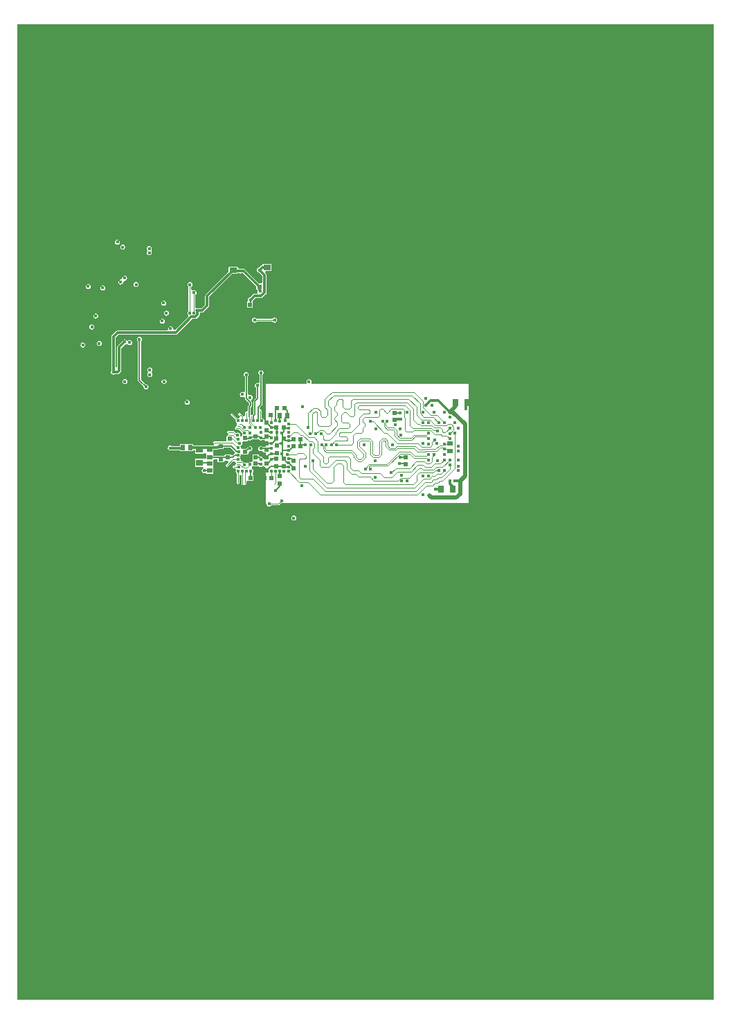
<source format=gbl>
G04 Layer_Physical_Order=4*
G04 Layer_Color=16711680*
%FSLAX43Y43*%
%MOMM*%
G71*
G01*
G75*
%ADD10R,0.560X0.510*%
%ADD12R,0.510X0.560*%
%ADD13R,0.640X0.890*%
%ADD15R,0.890X0.640*%
%ADD17R,0.700X0.510*%
%ADD18R,0.510X0.700*%
%ADD23C,0.200*%
%ADD24C,0.090*%
%ADD25C,0.300*%
%ADD26C,0.100*%
%ADD28C,0.175*%
%ADD29C,0.120*%
%ADD31C,0.500*%
%ADD34C,0.130*%
%ADD36C,0.400*%
%ADD37C,0.600*%
%ADD38R,0.950X0.800*%
G36*
X85592Y408D02*
X408D01*
Y119592D01*
X85592D01*
Y408D01*
D02*
G37*
%LPC*%
G36*
X8425Y80706D02*
X8308Y80683D01*
X8209Y80616D01*
X8142Y80517D01*
X8119Y80400D01*
X8142Y80283D01*
X8209Y80184D01*
X8308Y80117D01*
X8425Y80094D01*
X8542Y80117D01*
X8641Y80184D01*
X8708Y80283D01*
X8731Y80400D01*
X8708Y80517D01*
X8641Y80616D01*
X8542Y80683D01*
X8425Y80706D01*
D02*
G37*
G36*
X16600Y77656D02*
X16483Y77633D01*
X16384Y77566D01*
X16317Y77467D01*
X16294Y77350D01*
X16317Y77233D01*
X16321Y77227D01*
X16366Y77075D01*
X16321Y76923D01*
X16317Y76917D01*
X16294Y76800D01*
X16317Y76683D01*
X16384Y76584D01*
X16483Y76517D01*
X16600Y76494D01*
X16717Y76517D01*
X16816Y76584D01*
X16883Y76683D01*
X16906Y76800D01*
X16883Y76917D01*
X16879Y76923D01*
X16834Y77075D01*
X16879Y77227D01*
X16883Y77233D01*
X16906Y77350D01*
X16883Y77467D01*
X16816Y77566D01*
X16717Y77633D01*
X16600Y77656D01*
D02*
G37*
G36*
X10425Y80906D02*
X10308Y80883D01*
X10209Y80816D01*
X10142Y80717D01*
X10119Y80600D01*
X10142Y80483D01*
X10209Y80384D01*
X10308Y80317D01*
X10425Y80294D01*
X10542Y80317D01*
X10641Y80384D01*
X10708Y80483D01*
X10731Y80600D01*
X10708Y80717D01*
X10641Y80816D01*
X10542Y80883D01*
X10425Y80906D01*
D02*
G37*
G36*
X18125Y83631D02*
X18008Y83608D01*
X17909Y83541D01*
X17842Y83442D01*
X17819Y83325D01*
X17842Y83208D01*
X17909Y83109D01*
X18008Y83042D01*
X18125Y83019D01*
X18242Y83042D01*
X18341Y83109D01*
X18408Y83208D01*
X18431Y83325D01*
X18408Y83442D01*
X18341Y83541D01*
X18242Y83608D01*
X18125Y83631D01*
D02*
G37*
G36*
X9525Y82906D02*
X9408Y82883D01*
X9309Y82816D01*
X9242Y82717D01*
X9219Y82600D01*
X9242Y82483D01*
X9309Y82384D01*
X9408Y82317D01*
X9525Y82294D01*
X9642Y82317D01*
X9741Y82384D01*
X9808Y82483D01*
X9831Y82600D01*
X9808Y82717D01*
X9741Y82816D01*
X9642Y82883D01*
X9525Y82906D01*
D02*
G37*
G36*
X30200Y77331D02*
X30083Y77308D01*
X29984Y77241D01*
X29917Y77142D01*
X29894Y77025D01*
X29917Y76908D01*
X29984Y76809D01*
X30032Y76777D01*
Y75900D01*
X29972Y75848D01*
X29822Y75767D01*
X29750Y75781D01*
X29633Y75758D01*
X29534Y75691D01*
X29467Y75592D01*
X29444Y75475D01*
X29467Y75358D01*
X29534Y75259D01*
X29582Y75227D01*
Y73920D01*
X29356Y73694D01*
X29320Y73639D01*
X29307Y73575D01*
Y71970D01*
X29279Y71942D01*
X29136Y71811D01*
X29025Y71857D01*
X28918Y71928D01*
Y72805D01*
X29019Y72906D01*
X29055Y72961D01*
X29068Y73025D01*
Y73400D01*
X29055Y73464D01*
X29019Y73519D01*
X29017Y73536D01*
X29067Y73768D01*
X29091Y73784D01*
X29158Y73883D01*
X29181Y74000D01*
X29158Y74117D01*
X29091Y74216D01*
X28992Y74283D01*
X28875Y74306D01*
X28778Y74287D01*
X28742Y74293D01*
X28568Y74408D01*
Y76552D01*
X28616Y76584D01*
X28683Y76683D01*
X28706Y76800D01*
X28683Y76917D01*
X28616Y77016D01*
X28517Y77083D01*
X28400Y77106D01*
X28283Y77083D01*
X28184Y77016D01*
X28117Y76917D01*
X28094Y76800D01*
X28117Y76683D01*
X28184Y76584D01*
X28232Y76552D01*
Y74767D01*
X28022Y74654D01*
X28017Y74658D01*
X27900Y74681D01*
X27783Y74658D01*
X27684Y74591D01*
X27617Y74492D01*
X27594Y74375D01*
X27617Y74258D01*
X27684Y74159D01*
X27783Y74092D01*
X27900Y74069D01*
X28017Y74092D01*
X28022Y74096D01*
X28232Y73983D01*
Y73900D01*
X28245Y73836D01*
X28281Y73781D01*
X28732Y73330D01*
Y73095D01*
X28631Y72994D01*
X28595Y72939D01*
X28582Y72875D01*
Y72409D01*
X28400Y72257D01*
X28289Y72211D01*
X28243Y72100D01*
Y71749D01*
X28034Y71705D01*
X28011Y71761D01*
X27686Y72086D01*
X27575Y72132D01*
X27464Y72086D01*
X27418Y71975D01*
X27464Y71864D01*
X27626Y71702D01*
X27613Y71620D01*
X27601Y71597D01*
X27400Y71456D01*
X27330Y71442D01*
X26761Y72011D01*
X26650Y72057D01*
X26539Y72011D01*
X26493Y71900D01*
X26539Y71789D01*
X27108Y71220D01*
X27094Y71150D01*
X27117Y71033D01*
X27184Y70934D01*
X27268Y70878D01*
X27276Y70798D01*
X27261Y70645D01*
X27222Y70614D01*
X27214Y70611D01*
X27168Y70500D01*
X27064Y70361D01*
X27018Y70250D01*
X27064Y70139D01*
X27175Y70093D01*
X27473D01*
X27898Y69668D01*
X27894Y69650D01*
X27912Y69562D01*
X27893Y69357D01*
X27883Y69332D01*
X27720Y69264D01*
X27652Y69256D01*
X27632Y69274D01*
X27633Y69283D01*
X27656Y69400D01*
X27633Y69517D01*
X27566Y69616D01*
X27467Y69683D01*
X27350Y69706D01*
X27233Y69683D01*
X27162Y69635D01*
X26936Y69861D01*
X26825Y69907D01*
X26225D01*
X26114Y69861D01*
X26068Y69750D01*
X26114Y69639D01*
X26189Y69511D01*
X26143Y69400D01*
X26018Y69307D01*
X25987Y69230D01*
Y68670D01*
X25978Y68657D01*
X24550D01*
X24439Y68611D01*
X24393Y68500D01*
X24439Y68389D01*
X24497Y68365D01*
X24455Y68155D01*
X23183D01*
X23175Y68158D01*
X22225D01*
X22217Y68155D01*
X21913D01*
Y68225D01*
X21882Y68302D01*
X21805Y68333D01*
X21295D01*
X21218Y68302D01*
X21207Y68274D01*
X20993D01*
X20982Y68302D01*
X20905Y68333D01*
X20395D01*
X20318Y68302D01*
X20287Y68225D01*
Y68055D01*
X19259Y68055D01*
X19217Y68083D01*
X19100Y68106D01*
X18983Y68083D01*
X18884Y68016D01*
X18817Y67917D01*
X18794Y67800D01*
X18817Y67683D01*
X18884Y67584D01*
X18983Y67517D01*
X19100Y67494D01*
X19217Y67517D01*
X19259Y67545D01*
X20287Y67545D01*
Y67525D01*
X20318Y67448D01*
X20395Y67417D01*
X20905D01*
X20982Y67448D01*
X20993Y67476D01*
X21207D01*
X21218Y67448D01*
X21295Y67417D01*
X21805D01*
X21882Y67448D01*
X21913Y67525D01*
X22117Y67509D01*
Y67250D01*
X22148Y67173D01*
X22225Y67142D01*
X23175D01*
X23252Y67173D01*
X23430Y67151D01*
X23498Y67057D01*
X23467Y66980D01*
Y66556D01*
X23257Y66514D01*
X23252Y66527D01*
X23175Y66558D01*
X22225D01*
X22148Y66527D01*
X22117Y66450D01*
Y65650D01*
X22148Y65573D01*
X22225Y65542D01*
X23015D01*
X23108Y65542D01*
X23133Y65333D01*
X23034Y65266D01*
X22967Y65167D01*
X22944Y65050D01*
X22967Y64933D01*
X23034Y64834D01*
X23133Y64767D01*
X23250Y64744D01*
X23298Y64754D01*
X23498Y64718D01*
X23575Y64687D01*
X23701Y64687D01*
X24275D01*
X24352Y64718D01*
X24383Y64795D01*
Y65305D01*
X24352Y65382D01*
X24324Y65393D01*
Y65607D01*
X24352Y65618D01*
X24383Y65695D01*
Y66179D01*
X24383Y66205D01*
X24373Y66280D01*
X24457Y66459D01*
X24862D01*
Y66170D01*
X24893Y66093D01*
X24970Y66062D01*
X25530D01*
X25607Y66093D01*
X25638Y66170D01*
Y66174D01*
X25845Y66287D01*
X26110D01*
X26197Y66077D01*
X25910Y65790D01*
X25863Y65675D01*
X25910Y65560D01*
X26025Y65513D01*
X26140Y65560D01*
X26765Y66186D01*
X27005Y66175D01*
X27100Y66055D01*
X27146Y65944D01*
X27052Y65763D01*
X26972Y65657D01*
X26875D01*
X26764Y65611D01*
X26718Y65500D01*
X26764Y65389D01*
X26875Y65343D01*
X27024D01*
X27128Y65133D01*
X27117Y65117D01*
X27094Y65000D01*
X27117Y64883D01*
X27184Y64784D01*
X27243Y64744D01*
Y63550D01*
X27289Y63439D01*
X27400Y63393D01*
X27511Y63439D01*
X27557Y63550D01*
Y64492D01*
X27675Y64562D01*
X27793Y64492D01*
Y63425D01*
X27839Y63314D01*
X27950Y63268D01*
X27950Y63268D01*
X28070Y63313D01*
X28250Y63293D01*
X28250Y63293D01*
X28361Y63339D01*
X28407Y63450D01*
Y63706D01*
X28617Y63798D01*
X28645Y63787D01*
X29155D01*
X29232Y63818D01*
X29263Y63895D01*
Y64455D01*
X29232Y64532D01*
X29155Y64563D01*
X29141D01*
Y64792D01*
X29166Y64809D01*
X29233Y64908D01*
X29256Y65025D01*
X29233Y65142D01*
X29166Y65241D01*
X29119Y65273D01*
X29066Y65467D01*
X29065Y65522D01*
X29113Y65584D01*
X29270Y65587D01*
X29311Y65587D01*
X29830D01*
X29907Y65618D01*
X30058Y65517D01*
X30175Y65494D01*
X30292Y65517D01*
X30324Y65539D01*
X30435Y65584D01*
X30578Y65587D01*
X30602Y65582D01*
X30788Y65445D01*
X30788Y61100D01*
X30788D01*
X30902Y60937D01*
X30917Y60858D01*
X30984Y60759D01*
X31083Y60692D01*
X31200Y60669D01*
X31317Y60692D01*
X31416Y60759D01*
X31452Y60813D01*
X32325D01*
X32440Y60860D01*
X32661Y61082D01*
X32725Y61069D01*
X32842Y61092D01*
X32853Y61100D01*
X55625D01*
X55625Y75625D01*
X36488D01*
X36384Y75770D01*
X36363Y75835D01*
X36381Y75925D01*
X36358Y76042D01*
X36291Y76141D01*
X36192Y76208D01*
X36075Y76231D01*
X35958Y76208D01*
X35859Y76141D01*
X35792Y76042D01*
X35769Y75925D01*
X35787Y75835D01*
X35766Y75770D01*
X35662Y75625D01*
X30788D01*
X30788Y71315D01*
X30593Y71271D01*
X30577Y71275D01*
X30516Y71366D01*
X30417Y71433D01*
X30300Y71456D01*
X30252Y71495D01*
Y72400D01*
X30206Y72511D01*
X30095Y72557D01*
X30090Y72560D01*
X30070Y72808D01*
X30294Y73031D01*
X30304Y73046D01*
X30319Y73056D01*
X30355Y73111D01*
X30368Y73175D01*
Y76777D01*
X30416Y76809D01*
X30483Y76908D01*
X30506Y77025D01*
X30483Y77142D01*
X30416Y77241D01*
X30317Y77308D01*
X30200Y77331D01*
D02*
G37*
G36*
X21175Y73731D02*
X21058Y73708D01*
X20959Y73641D01*
X20892Y73542D01*
X20869Y73425D01*
X20892Y73308D01*
X20959Y73209D01*
X21058Y73142D01*
X21175Y73119D01*
X21292Y73142D01*
X21391Y73209D01*
X21458Y73308D01*
X21481Y73425D01*
X21458Y73542D01*
X21391Y73641D01*
X21292Y73708D01*
X21175Y73731D01*
D02*
G37*
G36*
X34200Y59556D02*
X34083Y59533D01*
X33984Y59466D01*
X33917Y59367D01*
X33894Y59250D01*
X33917Y59133D01*
X33984Y59034D01*
X34083Y58967D01*
X34200Y58944D01*
X34317Y58967D01*
X34416Y59034D01*
X34483Y59133D01*
X34506Y59250D01*
X34483Y59367D01*
X34416Y59466D01*
X34317Y59533D01*
X34200Y59556D01*
D02*
G37*
G36*
X15325Y81406D02*
X15208Y81383D01*
X15109Y81316D01*
X15042Y81217D01*
X15019Y81100D01*
X15042Y80983D01*
X15109Y80884D01*
X15121Y80875D01*
Y76125D01*
X15137Y76047D01*
X15181Y75981D01*
X15847Y75315D01*
X15844Y75300D01*
X15867Y75183D01*
X15934Y75084D01*
X16033Y75017D01*
X16150Y74994D01*
X16267Y75017D01*
X16366Y75084D01*
X16433Y75183D01*
X16456Y75300D01*
X16433Y75417D01*
X16366Y75516D01*
X16267Y75583D01*
X16150Y75606D01*
X16135Y75603D01*
X15529Y76209D01*
Y80875D01*
X15541Y80884D01*
X15608Y80983D01*
X15631Y81100D01*
X15608Y81217D01*
X15541Y81316D01*
X15442Y81383D01*
X15325Y81406D01*
D02*
G37*
G36*
X13550Y76256D02*
X13433Y76233D01*
X13334Y76166D01*
X13267Y76067D01*
X13244Y75950D01*
X13267Y75833D01*
X13334Y75734D01*
X13433Y75667D01*
X13550Y75644D01*
X13667Y75667D01*
X13766Y75734D01*
X13833Y75833D01*
X13856Y75950D01*
X13833Y76067D01*
X13766Y76166D01*
X13667Y76233D01*
X13550Y76256D01*
D02*
G37*
G36*
X18350Y76231D02*
X18233Y76208D01*
X18134Y76141D01*
X18067Y76042D01*
X18044Y75925D01*
X18067Y75808D01*
X18134Y75709D01*
X18233Y75642D01*
X18350Y75619D01*
X18467Y75642D01*
X18566Y75709D01*
X18633Y75808D01*
X18656Y75925D01*
X18633Y76042D01*
X18566Y76141D01*
X18467Y76208D01*
X18350Y76231D01*
D02*
G37*
G36*
X13525Y88906D02*
X13408Y88883D01*
X13309Y88816D01*
X13242Y88717D01*
X13219Y88600D01*
X13226Y88564D01*
X13221Y88553D01*
X13072Y88404D01*
X13061Y88399D01*
X13025Y88406D01*
X12908Y88383D01*
X12809Y88316D01*
X12742Y88217D01*
X12719Y88100D01*
X12742Y87983D01*
X12809Y87884D01*
X12908Y87817D01*
X13025Y87794D01*
X13142Y87817D01*
X13241Y87884D01*
X13308Y87983D01*
X13331Y88100D01*
X13324Y88136D01*
X13329Y88147D01*
X13478Y88296D01*
X13489Y88301D01*
X13525Y88294D01*
X13642Y88317D01*
X13741Y88384D01*
X13808Y88483D01*
X13831Y88600D01*
X13808Y88717D01*
X13741Y88816D01*
X13642Y88883D01*
X13525Y88906D01*
D02*
G37*
G36*
X31370Y90328D02*
X30480D01*
X30403Y90297D01*
X30372Y90220D01*
Y90155D01*
X30325D01*
X30227Y90135D01*
X30145Y90080D01*
X29932Y89867D01*
X29883Y89858D01*
X29784Y89791D01*
X29717Y89692D01*
X29694Y89575D01*
X29717Y89458D01*
X29784Y89359D01*
X29883Y89292D01*
X29932Y89283D01*
X30345Y88869D01*
Y88128D01*
X30255Y87938D01*
X29972D01*
X28280Y89630D01*
X28198Y89685D01*
X28100Y89705D01*
X27809D01*
X27767Y89733D01*
X27650Y89756D01*
X27563Y89739D01*
X27454Y89783D01*
X27353Y89847D01*
Y89895D01*
X27322Y89972D01*
X27245Y90003D01*
X26355D01*
X26278Y89972D01*
X26247Y89895D01*
Y89382D01*
X23445Y86580D01*
X23390Y86498D01*
X23370Y86400D01*
Y85331D01*
X22900Y84861D01*
X22331D01*
X22162Y85027D01*
Y86548D01*
X22216Y86584D01*
X22283Y86683D01*
X22306Y86800D01*
X22283Y86917D01*
X22216Y87016D01*
X22117Y87083D01*
X22000Y87106D01*
X21883Y87083D01*
X21872Y87076D01*
X21662Y87184D01*
Y87548D01*
X21716Y87584D01*
X21783Y87683D01*
X21806Y87800D01*
X21783Y87917D01*
X21716Y88016D01*
X21617Y88083D01*
X21500Y88106D01*
X21383Y88083D01*
X21284Y88016D01*
X21217Y87917D01*
X21194Y87800D01*
X21217Y87683D01*
X21284Y87584D01*
X21338Y87548D01*
Y84552D01*
X21284Y84516D01*
X21217Y84417D01*
X21194Y84300D01*
X21217Y84183D01*
X21284Y84084D01*
X21310Y83834D01*
X19746Y82270D01*
X19592Y82285D01*
X19431Y82400D01*
X19408Y82517D01*
X19341Y82616D01*
X19242Y82683D01*
X19125Y82706D01*
X19008Y82683D01*
X18909Y82616D01*
X18842Y82517D01*
X18819Y82400D01*
X18821Y82390D01*
X18686Y82192D01*
X18665Y82180D01*
X12650D01*
X12552Y82160D01*
X12470Y82105D01*
X11945Y81580D01*
X11890Y81498D01*
X11870Y81400D01*
Y77259D01*
X11842Y77217D01*
X11819Y77100D01*
X11842Y76983D01*
X11909Y76884D01*
X12008Y76817D01*
X12125Y76794D01*
X12242Y76817D01*
X12284Y76845D01*
X12650D01*
X12748Y76865D01*
X12830Y76920D01*
X13030Y77120D01*
X13085Y77202D01*
X13105Y77300D01*
Y80019D01*
X13593Y80508D01*
X13642Y80517D01*
X13650Y80522D01*
X13777Y80562D01*
X13909Y80484D01*
X13921Y80475D01*
X14008Y80417D01*
X14125Y80394D01*
X14242Y80417D01*
X14341Y80484D01*
X14408Y80583D01*
X14431Y80700D01*
X14408Y80817D01*
X14341Y80916D01*
X14242Y80983D01*
X14125Y81006D01*
X14008Y80983D01*
X14000Y80978D01*
X13873Y80938D01*
X13741Y81016D01*
X13729Y81025D01*
X13642Y81083D01*
X13525Y81106D01*
X13408Y81083D01*
X13309Y81016D01*
X13242Y80917D01*
X13233Y80868D01*
X12670Y80305D01*
X12615Y80223D01*
X12595Y80125D01*
Y77618D01*
X12590Y77615D01*
X12380Y77720D01*
Y81294D01*
X12756Y81670D01*
X19761D01*
X19859Y81690D01*
X19942Y81745D01*
X21792Y83595D01*
X22186D01*
X22284Y83615D01*
X22367Y83670D01*
X22630Y83933D01*
X22685Y84016D01*
X22705Y84114D01*
Y84351D01*
X23006D01*
X23103Y84370D01*
X23186Y84425D01*
X23805Y85045D01*
X23860Y85127D01*
X23880Y85225D01*
Y86294D01*
X26732Y89147D01*
X27245D01*
X27322Y89178D01*
X27522Y89174D01*
X27533Y89167D01*
X27650Y89144D01*
X27767Y89167D01*
X27809Y89195D01*
X27994D01*
X29637Y87553D01*
Y87270D01*
X29668Y87193D01*
X29745Y87162D01*
X29745D01*
Y87050D01*
X29764Y86952D01*
X29777Y86933D01*
X29786Y86890D01*
X29742Y86791D01*
X29659Y86680D01*
X29400D01*
X29302Y86660D01*
X29220Y86605D01*
X28832Y86217D01*
X28783Y86208D01*
X28684Y86141D01*
X28617Y86042D01*
X28594Y85925D01*
X28574Y85773D01*
X28493Y85707D01*
X28462Y85630D01*
Y85070D01*
X28493Y84993D01*
X28570Y84962D01*
X29080D01*
X29157Y84993D01*
X29188Y85070D01*
Y85630D01*
X29157Y85707D01*
X29236Y85901D01*
X29506Y86170D01*
X30225D01*
X30323Y86190D01*
X30405Y86245D01*
X30780Y86620D01*
X30835Y86702D01*
X30855Y86800D01*
Y88975D01*
X30835Y89073D01*
X30780Y89155D01*
X30674Y89262D01*
X30761Y89472D01*
X31370D01*
X31447Y89503D01*
X31478Y89580D01*
Y90220D01*
X31447Y90297D01*
X31370Y90328D01*
D02*
G37*
G36*
X14925Y88106D02*
X14808Y88083D01*
X14709Y88016D01*
X14642Y87917D01*
X14619Y87800D01*
X14642Y87683D01*
X14709Y87584D01*
X14808Y87517D01*
X14925Y87494D01*
X15042Y87517D01*
X15141Y87584D01*
X15208Y87683D01*
X15231Y87800D01*
X15208Y87917D01*
X15141Y88016D01*
X15042Y88083D01*
X14925Y88106D01*
D02*
G37*
G36*
X12650Y93281D02*
X12533Y93258D01*
X12434Y93191D01*
X12367Y93092D01*
X12344Y92975D01*
X12367Y92858D01*
X12434Y92759D01*
X12533Y92692D01*
X12650Y92669D01*
X12767Y92692D01*
X12866Y92759D01*
X12933Y92858D01*
X12956Y92975D01*
X12933Y93092D01*
X12866Y93191D01*
X12767Y93258D01*
X12650Y93281D01*
D02*
G37*
G36*
X13275Y92681D02*
X13158Y92658D01*
X13059Y92591D01*
X12992Y92492D01*
X12969Y92375D01*
X12992Y92258D01*
X13059Y92159D01*
X13158Y92092D01*
X13275Y92069D01*
X13392Y92092D01*
X13491Y92159D01*
X13558Y92258D01*
X13581Y92375D01*
X13558Y92492D01*
X13491Y92591D01*
X13392Y92658D01*
X13275Y92681D01*
D02*
G37*
G36*
X16550Y92506D02*
X16433Y92483D01*
X16334Y92416D01*
X16267Y92317D01*
X16244Y92200D01*
X16267Y92083D01*
X16320Y91950D01*
X16267Y91817D01*
X16244Y91700D01*
X16267Y91583D01*
X16334Y91484D01*
X16433Y91417D01*
X16550Y91394D01*
X16667Y91417D01*
X16766Y91484D01*
X16833Y91583D01*
X16856Y91700D01*
X16833Y91817D01*
X16780Y91950D01*
X16833Y92083D01*
X16856Y92200D01*
X16833Y92317D01*
X16766Y92416D01*
X16667Y92483D01*
X16550Y92506D01*
D02*
G37*
G36*
X18625Y84606D02*
X18508Y84583D01*
X18409Y84516D01*
X18342Y84417D01*
X18319Y84300D01*
X18342Y84183D01*
X18409Y84084D01*
X18508Y84017D01*
X18625Y83994D01*
X18742Y84017D01*
X18841Y84084D01*
X18908Y84183D01*
X18931Y84300D01*
X18908Y84417D01*
X18841Y84516D01*
X18742Y84583D01*
X18625Y84606D01*
D02*
G37*
G36*
X10000Y84256D02*
X9883Y84233D01*
X9784Y84166D01*
X9717Y84067D01*
X9694Y83950D01*
X9717Y83833D01*
X9784Y83734D01*
X9883Y83667D01*
X10000Y83644D01*
X10117Y83667D01*
X10216Y83734D01*
X10283Y83833D01*
X10306Y83950D01*
X10283Y84067D01*
X10216Y84166D01*
X10117Y84233D01*
X10000Y84256D01*
D02*
G37*
G36*
X31850Y83756D02*
X31733Y83733D01*
X31634Y83666D01*
X31594Y83607D01*
X29656D01*
X29616Y83666D01*
X29517Y83733D01*
X29400Y83756D01*
X29283Y83733D01*
X29184Y83666D01*
X29117Y83567D01*
X29094Y83450D01*
X29117Y83333D01*
X29184Y83234D01*
X29283Y83167D01*
X29400Y83144D01*
X29517Y83167D01*
X29616Y83234D01*
X29656Y83293D01*
X31594D01*
X31634Y83234D01*
X31733Y83167D01*
X31850Y83144D01*
X31967Y83167D01*
X32066Y83234D01*
X32133Y83333D01*
X32156Y83450D01*
X32133Y83567D01*
X32066Y83666D01*
X31967Y83733D01*
X31850Y83756D01*
D02*
G37*
G36*
X10825Y87706D02*
X10708Y87683D01*
X10609Y87616D01*
X10542Y87517D01*
X10519Y87400D01*
X10542Y87283D01*
X10609Y87184D01*
X10708Y87117D01*
X10825Y87094D01*
X10942Y87117D01*
X11041Y87184D01*
X11108Y87283D01*
X11131Y87400D01*
X11108Y87517D01*
X11041Y87616D01*
X10942Y87683D01*
X10825Y87706D01*
D02*
G37*
G36*
X9050Y87881D02*
X8933Y87858D01*
X8834Y87791D01*
X8767Y87692D01*
X8744Y87575D01*
X8767Y87458D01*
X8834Y87359D01*
X8933Y87292D01*
X9050Y87269D01*
X9167Y87292D01*
X9266Y87359D01*
X9333Y87458D01*
X9356Y87575D01*
X9333Y87692D01*
X9266Y87791D01*
X9167Y87858D01*
X9050Y87881D01*
D02*
G37*
G36*
X18275Y85856D02*
X18158Y85833D01*
X18059Y85766D01*
X17992Y85667D01*
X17969Y85550D01*
X17992Y85433D01*
X18059Y85334D01*
X18158Y85267D01*
X18275Y85244D01*
X18392Y85267D01*
X18491Y85334D01*
X18558Y85433D01*
X18581Y85550D01*
X18558Y85667D01*
X18491Y85766D01*
X18392Y85833D01*
X18275Y85856D01*
D02*
G37*
%LPD*%
G36*
X29959Y68834D02*
X30058Y68767D01*
X30175Y68744D01*
X30292Y68767D01*
X30317Y68784D01*
X30625D01*
X30781Y68631D01*
X30788Y68618D01*
Y67963D01*
X30595D01*
X30542Y67941D01*
X30408D01*
X30391Y67966D01*
X30292Y68033D01*
X30175Y68056D01*
X30058Y68033D01*
X29959Y67966D01*
X29892Y67867D01*
X29869Y67750D01*
X29892Y67633D01*
X29959Y67534D01*
X30058Y67467D01*
X30175Y67444D01*
X30277Y67464D01*
X30299Y67463D01*
X30487Y67345D01*
X30518Y67268D01*
X30595Y67237D01*
X30788D01*
Y66486D01*
X30657Y66419D01*
X30462Y66543D01*
X30458Y66567D01*
X30391Y66666D01*
X30292Y66733D01*
X30175Y66756D01*
X30125Y66746D01*
X30060Y66810D01*
X29998Y66852D01*
X29938Y66864D01*
Y66955D01*
X29907Y67032D01*
X29830Y67063D01*
X29270D01*
X29193Y67032D01*
X29162Y66955D01*
Y66496D01*
X29162Y66445D01*
X29171Y66325D01*
X29162Y66205D01*
X28974Y66087D01*
X28952Y66086D01*
X28850Y66106D01*
X28733Y66083D01*
X28634Y66016D01*
X28432Y65970D01*
X28382Y65989D01*
X28317Y66033D01*
X28200Y66056D01*
X28151Y66046D01*
X28031Y66166D01*
X27920Y66212D01*
X27868D01*
X27706Y66400D01*
X27683Y66517D01*
X27630Y66650D01*
X27683Y66783D01*
X27706Y66900D01*
X27688Y66992D01*
X27890Y67053D01*
X27893Y67043D01*
X27970Y67012D01*
X28530D01*
X28607Y67043D01*
X28638Y67120D01*
Y67288D01*
X28646Y67303D01*
X28848Y67445D01*
X28850Y67444D01*
X28967Y67467D01*
X29066Y67534D01*
X29133Y67633D01*
X29156Y67750D01*
X29133Y67867D01*
X29066Y67966D01*
X28967Y68033D01*
X28850Y68056D01*
X28733Y68033D01*
X28634Y67966D01*
X28577Y67882D01*
X28552Y67877D01*
X28490Y67835D01*
X28393Y67738D01*
X27970D01*
X27905Y67711D01*
X27893Y67707D01*
X27881Y67700D01*
X27864Y67696D01*
X27849Y67703D01*
X27700Y67873D01*
X27706Y67900D01*
X27683Y68017D01*
X27802Y68174D01*
X27816Y68184D01*
X27883Y68283D01*
X27906Y68400D01*
X27892Y68468D01*
X27912Y68516D01*
X27977Y68605D01*
X28038Y68662D01*
X28530D01*
X28607Y68693D01*
X28721Y68760D01*
X28838Y68746D01*
X28850Y68744D01*
X28967Y68767D01*
X29029Y68809D01*
X29188Y68914D01*
X29270Y68887D01*
X29830D01*
X29903Y68917D01*
X29959Y68834D01*
D02*
G37*
G36*
X26998Y67314D02*
X26966Y67175D01*
X26927Y67099D01*
X26872Y67088D01*
X26806Y67044D01*
X26707Y66946D01*
X26482Y66982D01*
X26405Y67013D01*
X25845D01*
X25768Y66982D01*
X25737Y66905D01*
Y66841D01*
X24383D01*
Y66980D01*
X24352Y67057D01*
X24324Y67068D01*
Y67282D01*
X24352Y67293D01*
X24383Y67370D01*
Y67645D01*
X24900D01*
X24984Y67662D01*
X25530D01*
X25607Y67693D01*
X25638Y67770D01*
Y67871D01*
X26441D01*
X26998Y67314D01*
D02*
G37*
D10*
X25250Y66425D02*
D03*
Y65525D02*
D03*
X26125Y67550D02*
D03*
Y66650D02*
D03*
X32100Y66475D02*
D03*
Y65575D02*
D03*
X29550Y69250D02*
D03*
Y68350D02*
D03*
X28250Y69025D02*
D03*
Y68125D02*
D03*
X30875Y65950D02*
D03*
Y65050D02*
D03*
X28250Y67375D02*
D03*
Y66475D02*
D03*
X34175Y65325D02*
D03*
Y66225D02*
D03*
X29550Y66700D02*
D03*
Y67600D02*
D03*
X30875Y69250D02*
D03*
Y68350D02*
D03*
X30900Y70000D02*
D03*
Y70900D02*
D03*
X32125Y68125D02*
D03*
Y67225D02*
D03*
X30875Y67600D02*
D03*
Y66700D02*
D03*
X29550Y65950D02*
D03*
Y65050D02*
D03*
X32950Y66475D02*
D03*
Y65575D02*
D03*
X25250Y68025D02*
D03*
Y67125D02*
D03*
X32475Y64375D02*
D03*
Y63475D02*
D03*
X47900Y66700D02*
D03*
Y65800D02*
D03*
X46575Y71225D02*
D03*
Y72125D02*
D03*
D12*
X32075Y68950D02*
D03*
X32975D02*
D03*
X30000Y87550D02*
D03*
X29100D02*
D03*
X28825Y85350D02*
D03*
X29725D02*
D03*
X28900Y64175D02*
D03*
X29800D02*
D03*
X32975Y70325D02*
D03*
X32075D02*
D03*
X34150Y68025D02*
D03*
X35050D02*
D03*
X34150Y68875D02*
D03*
X35050D02*
D03*
X26350Y68950D02*
D03*
X25450D02*
D03*
X31500Y64175D02*
D03*
X30600D02*
D03*
X32150Y72700D02*
D03*
X33050D02*
D03*
X31400Y71850D02*
D03*
X30500D02*
D03*
D13*
X52250Y62800D02*
D03*
X53650D02*
D03*
X54030Y73335D02*
D03*
X55430D02*
D03*
D15*
X26800Y89575D02*
D03*
Y88175D02*
D03*
X30925Y89900D02*
D03*
Y91300D02*
D03*
D17*
X23925Y66725D02*
D03*
Y67625D02*
D03*
Y65950D02*
D03*
Y65050D02*
D03*
X53300Y67475D02*
D03*
Y68375D02*
D03*
D18*
X20650Y67875D02*
D03*
X21550D02*
D03*
X33400Y71800D02*
D03*
X32500D02*
D03*
D23*
X25250Y68075D02*
X26525D01*
X25075D02*
X25250D01*
X47125Y65900D02*
X47800D01*
X26125Y66650D02*
X26700D01*
X26950Y66900D01*
X27200Y67400D02*
X27500D01*
X26525Y68075D02*
X27200Y67400D01*
X26950Y66900D02*
X27400D01*
X22700Y66050D02*
X23825D01*
X23925Y65950D01*
X15325Y76125D02*
Y81100D01*
Y76125D02*
X16150Y75300D01*
X46625Y72075D02*
X47225D01*
D24*
X27587Y68387D02*
X27600Y68375D01*
X27550Y68425D02*
X27587Y68387D01*
X27550Y70750D02*
X27800D01*
X28200Y70350D01*
X26700Y68950D02*
X27225Y68425D01*
X28250Y64800D02*
X28450Y65000D01*
X28250Y63450D02*
Y64800D01*
X27950Y63425D02*
Y65000D01*
X27400Y63550D02*
Y65000D01*
X27300Y68000D02*
X27500D01*
X24550Y68500D02*
X26725D01*
X27400Y67825D01*
Y67800D02*
Y67825D01*
X26375Y68950D02*
X26700D01*
X27175D02*
X27350D01*
X26725Y69400D02*
X27175Y68950D01*
X26300Y69400D02*
X26725D01*
X26650Y71900D02*
X27400Y71150D01*
X27900D02*
Y71650D01*
X27575Y71975D02*
X27900Y71650D01*
X28400Y71150D02*
Y72100D01*
X27225Y68425D02*
X27550D01*
X27350Y68950D02*
X27425Y68875D01*
X28500Y65375D02*
X28875Y65750D01*
X28088Y65375D02*
X28500D01*
X27781Y65681D02*
X28088Y65375D01*
X27613Y65850D02*
X27781Y65681D01*
X27275Y65850D02*
X27613D01*
X27920Y66055D02*
X28225Y65750D01*
X27257Y66055D02*
X27920D01*
X26875Y65500D02*
X27475D01*
X26750Y66400D02*
X27400D01*
X27538Y70250D02*
X28138Y69650D01*
X27175Y70250D02*
X27538D01*
X27325Y70500D02*
X27550D01*
X27175Y69400D02*
X27400D01*
X26825Y69750D02*
X27175Y69400D01*
X26225Y69750D02*
X26825D01*
X30095Y71380D02*
Y72400D01*
Y71380D02*
X30300Y71175D01*
X29400Y83450D02*
X31850D01*
X30175Y73150D02*
X30200Y73175D01*
X28950Y71400D02*
X29025Y71475D01*
Y71700D01*
X28950Y70900D02*
Y71400D01*
Y70900D02*
X29575Y70275D01*
X27550Y70500D02*
X28050Y70000D01*
X28550D02*
X28900Y69650D01*
X28300Y70000D02*
X28550D01*
X28050D02*
X28300D01*
X28138Y69650D02*
X28200D01*
D25*
X50390Y73035D02*
X50955Y73600D01*
X50385Y73030D02*
X50390Y73035D01*
X22700Y67900D02*
X23925D01*
X21550D02*
X22700D01*
X23925D02*
X24900D01*
X20650Y67800D02*
X20650D01*
X19100Y67800D02*
X20650Y67800D01*
X24650Y65500D02*
X25225D01*
X46575Y71225D02*
X46650Y71300D01*
X47325D01*
X51525Y62750D02*
X52200D01*
X52250Y62800D01*
X53925Y63775D02*
X54550D01*
X30000Y89575D02*
X30600Y88975D01*
Y86800D02*
Y88975D01*
X30225Y86425D02*
X30600Y86800D01*
X29400Y86425D02*
X30225D01*
X28100Y89450D02*
X30000Y87550D01*
X27650Y89450D02*
X28100D01*
X24600Y67175D02*
X25200D01*
X24900Y67900D02*
X25075Y68075D01*
X26925Y89450D02*
X27650D01*
X30000Y89575D02*
X30325Y89900D01*
X30925D01*
X28900Y85925D02*
X29400Y86425D01*
X30150Y91450D02*
X30775D01*
X30000Y87050D02*
Y87550D01*
X28900Y86975D02*
Y87350D01*
X29100Y87550D01*
X26800Y88175D02*
X27500D01*
X27750Y88425D01*
X23625Y86400D02*
X26800Y89575D01*
X22186Y83850D02*
X22450Y84114D01*
Y84486D01*
X22331Y84606D02*
X22450Y84486D01*
X21686Y83850D02*
X22186D01*
X22331Y84606D02*
X23006D01*
X23625Y85225D01*
Y86400D01*
X19761Y81925D02*
X21686Y83850D01*
X12650Y81925D02*
X19761D01*
X12125Y81400D02*
X12650Y81925D01*
X12125Y77100D02*
Y81400D01*
Y77100D02*
X12650D01*
X12850Y77300D01*
Y80125D01*
X13525Y80800D01*
X51900Y73600D02*
X53275Y72225D01*
X55430Y73335D02*
X55573Y73479D01*
X53275Y63450D02*
Y63775D01*
Y63450D02*
X53650Y63075D01*
Y62800D02*
Y63075D01*
X50955Y73600D02*
X51900D01*
X55250Y73155D02*
X55430Y73335D01*
X55250Y72575D02*
Y73155D01*
D26*
X31475Y64175D02*
Y65000D01*
X28900Y70350D02*
Y70703D01*
Y70275D02*
Y70350D01*
X38005Y67795D02*
Y68130D01*
Y67795D02*
X38250Y67550D01*
X38005Y68130D02*
X38125Y68250D01*
X37775Y67700D02*
X38155Y67320D01*
X37775Y67700D02*
Y68100D01*
X37625Y68250D02*
X37775Y68100D01*
X45890Y67585D02*
X46690D01*
X46875Y67770D01*
X42445Y66195D02*
X42955Y66705D01*
X42030Y66195D02*
X42445D01*
X42725Y66800D02*
Y67150D01*
X42350Y66425D02*
X42725Y66800D01*
X42125Y66425D02*
X42350D01*
X41800Y66750D02*
X42125Y66425D01*
X52625Y68325D02*
X53245D01*
X52625Y67675D02*
X53165D01*
X42955Y66705D02*
Y67245D01*
X41570Y66655D02*
X42030Y66195D01*
X41570Y66655D02*
Y66930D01*
X41800Y66750D02*
Y67025D01*
X41275Y67550D02*
X41800Y67025D01*
X48385Y67140D02*
X48940Y66585D01*
X47215Y67140D02*
X48385D01*
X49035Y66815D02*
X50465D01*
X48480Y67370D02*
X49035Y66815D01*
X47120Y67370D02*
X48480D01*
X48940Y66585D02*
X50465D01*
X45704Y65629D02*
X47215Y67140D01*
X45609Y65859D02*
X47120Y67370D01*
X45985Y67815D02*
X46585D01*
X46770Y68000D02*
X49065D01*
X46585Y67815D02*
X46770Y68000D01*
X46875Y67770D02*
X48950D01*
X43504Y65629D02*
X45704D01*
X43409Y65859D02*
X45609D01*
X49200Y67510D02*
X49365Y67345D01*
X48950Y67770D02*
X49200Y67520D01*
Y67510D02*
Y67520D01*
X49065Y68000D02*
X49490Y67575D01*
X48670Y68820D02*
X49035Y69185D01*
X47080Y68820D02*
X48670D01*
X46575Y69325D02*
X47080Y68820D01*
X48575Y69050D02*
X48940Y69415D01*
X47175Y69050D02*
X48575D01*
X46805Y69420D02*
X47175Y69050D01*
X45470Y68005D02*
X45890Y67585D01*
X45700Y68100D02*
X45985Y67815D01*
X45700Y68100D02*
Y68650D01*
X45470Y68005D02*
Y68555D01*
X45325Y68700D02*
X45470Y68555D01*
X45420Y68930D02*
X45700Y68650D01*
X45100Y68700D02*
X45325D01*
X45005Y68930D02*
X45420D01*
X49365Y67345D02*
X50295D01*
X49490Y67575D02*
X50200D01*
X46805Y69420D02*
Y69945D01*
X46575Y69325D02*
Y69850D01*
X45605Y70095D02*
X46330D01*
X45241Y70459D02*
X45605Y70095D01*
X45700Y70325D02*
X46425D01*
X45471Y70554D02*
X45700Y70325D01*
X50465Y66815D02*
X50675Y67025D01*
X43166Y65383D02*
Y65616D01*
X43409Y65859D01*
X43012Y65229D02*
X43166Y65383D01*
X50465Y66585D02*
X50675Y66375D01*
X43396Y65379D02*
X43550Y65225D01*
X43396Y65521D02*
X43504Y65629D01*
X43396Y65379D02*
Y65521D01*
X46425Y70325D02*
X46805Y69945D01*
X48940Y69415D02*
X50465D01*
X45471Y70946D02*
X45625Y71100D01*
X50465Y69415D02*
X50675Y69625D01*
X45471Y70554D02*
Y70946D01*
X46330Y70095D02*
X46575Y69850D01*
X49035Y69185D02*
X50465D01*
X50675Y68975D01*
X45087Y71104D02*
X45241Y70950D01*
Y70459D02*
Y70950D01*
X23925Y66725D02*
X24000Y66650D01*
X33550Y69225D02*
X33550D01*
X26025Y65675D02*
X26750Y66400D01*
X31500Y70950D02*
Y71750D01*
X31400Y71850D02*
X31500Y71750D01*
X31975Y63525D02*
Y65000D01*
X31800Y63350D02*
X31975Y63525D01*
Y72525D02*
X32150Y72700D01*
X31200Y60975D02*
X32325D01*
X32725Y61375D01*
X26800Y89575D02*
X26925Y89450D01*
X28825Y85350D02*
X28900Y85425D01*
X28750Y70853D02*
Y71700D01*
X30000Y87050D02*
X30075Y86975D01*
X22000Y84300D02*
Y86800D01*
X21500Y84300D02*
Y87800D01*
X28750Y70853D02*
X28900Y70703D01*
X28900Y70275D02*
X28900Y70275D01*
X44925Y68525D02*
X45100Y68700D01*
X44925Y67000D02*
Y68525D01*
X44695Y68620D02*
X45005Y68930D01*
X44695Y67095D02*
Y68620D01*
X44525Y66925D02*
X44695Y67095D01*
X44620Y66695D02*
X44925Y67000D01*
X44050Y66925D02*
X44525D01*
X43955Y66695D02*
X44620D01*
X43825Y67150D02*
X44050Y66925D01*
X43595Y67055D02*
X43955Y66695D01*
X43595Y67055D02*
Y68530D01*
X43825Y67150D02*
Y68625D01*
X43470Y68980D02*
X43825Y68625D01*
X43375Y68750D02*
X43595Y68530D01*
X42400Y68750D02*
X43375D01*
X42305Y68980D02*
X43470D01*
X42200Y68550D02*
X42400Y68750D01*
X41970Y68645D02*
X42305Y68980D01*
X42200Y68000D02*
Y68550D01*
X41970Y67905D02*
Y68645D01*
X42200Y68000D02*
X42955Y67245D01*
X41970Y67905D02*
X42725Y67150D01*
X41180Y67320D02*
X41570Y66930D01*
X38250Y67550D02*
X41275D01*
X50295Y67345D02*
X50395Y67445D01*
X51670D01*
X52110Y67885D01*
X52415D01*
X52625Y67675D01*
X50200Y67575D02*
X50300Y67675D01*
X51575D01*
X52015Y68115D01*
X52375D01*
X52585Y68325D01*
X52625D01*
X38155Y67320D02*
X41180D01*
D28*
X32475Y71050D02*
Y71800D01*
X31513Y64188D02*
X31525Y64175D01*
X31500Y64200D02*
X31513Y64188D01*
X25250Y66650D02*
X26125D01*
X24000D02*
X25250D01*
X30163Y66438D02*
X30200Y66400D01*
X29925Y66675D02*
X30163Y66438D01*
X29550Y66675D02*
X29925D01*
X28850Y67700D02*
X28900D01*
X28625D02*
X28850D01*
X34025Y68975D02*
X34138Y68863D01*
X32800Y69650D02*
X32975Y69825D01*
X32800Y68950D02*
Y69125D01*
Y68400D02*
Y68950D01*
Y67525D02*
Y68400D01*
Y67100D02*
Y67525D01*
Y66625D02*
Y67100D01*
X32950Y66475D02*
X33425Y66000D01*
X32800Y66625D02*
X32950Y66475D01*
X32125Y69700D02*
Y70275D01*
Y68975D02*
Y69700D01*
X32088Y68938D02*
X32125Y68975D01*
X32075Y68925D02*
X32088Y68938D01*
X31513Y68363D02*
X32075Y68925D01*
X31500Y68350D02*
X31513Y68363D01*
X30875Y66700D02*
X31275Y67100D01*
X30850Y66675D02*
X30875Y66700D01*
X30150Y67075D02*
X30175Y67050D01*
X29625Y67600D02*
X30150Y67075D01*
X29550Y68400D02*
X29552Y68400D01*
X28850Y68400D02*
X29550D01*
X29525Y67625D02*
X29550Y67650D01*
X29538Y67613D02*
X29550Y67625D01*
X28975Y67050D02*
X29538Y67613D01*
X28900Y67050D02*
X28925Y67075D01*
X30200Y65050D02*
X30875D01*
X29575D02*
X30200D01*
Y64525D02*
X30575Y64150D01*
X29825D02*
X30200Y64525D01*
X28900Y66450D02*
Y67050D01*
X28825Y66975D02*
X28900Y67050D01*
X29562Y65037D02*
X29575Y65050D01*
X29550Y65025D02*
X29562Y65037D01*
X28850Y66400D02*
X28925D01*
X28300D02*
X28850D01*
X25175Y67075D02*
X25191Y67140D01*
X29975Y65950D02*
X30150Y65775D01*
X31487Y69062D02*
X31525Y69025D01*
X31300Y69250D02*
X31487Y69062D01*
X30887Y69238D02*
X30900Y69250D01*
X30625Y68975D02*
X30887Y69238D01*
X31475Y66475D02*
X32100D01*
X30150Y69025D02*
X30225Y68950D01*
X29925Y69250D02*
X30150Y69025D01*
X28900Y69000D02*
X29150Y69250D01*
X28850Y69000D02*
X28900D01*
X28325D02*
X28850D01*
X25225Y65500D02*
X25250Y65525D01*
X25150Y69250D02*
X25450Y68950D01*
X25150Y69250D02*
Y69575D01*
X47870Y66670D02*
X47900Y66700D01*
X47250Y66670D02*
X47870D01*
X35050Y68025D02*
Y68875D01*
X35200Y68175D02*
X35600D01*
X35050Y68025D02*
X35200Y68175D01*
X34175Y65325D02*
Y65425D01*
X33600Y66000D02*
X34175Y65425D01*
X33550Y66000D02*
X33600D01*
X53650Y62800D02*
X53650Y62800D01*
X25200Y67175D02*
X25575Y67550D01*
X25191Y67140D02*
X25200Y67175D01*
X31200Y69700D02*
X31450D01*
X30900Y70900D02*
X31450Y70350D01*
X31475D01*
X30900Y70000D02*
X31200Y69700D01*
X32125Y68975D02*
X32150Y69000D01*
X32125Y70275D02*
X32150Y70250D01*
X32075Y70325D02*
X32125Y70275D01*
X32975Y69825D02*
Y70325D01*
X32125Y68125D02*
X32400Y68400D01*
X32775D01*
X33425Y66000D02*
X33550D01*
X30875Y65950D02*
X31025D01*
X31475Y66400D01*
Y66450D01*
X31275Y67100D02*
X31475D01*
X32000D02*
X32125Y67225D01*
X31475Y67100D02*
X32000D01*
X30875Y67600D02*
X31025Y67750D01*
X31475D01*
X30725D02*
X30875Y67600D01*
X30175Y67750D02*
X30725D01*
X30875Y68350D02*
X30925Y68400D01*
X31475D01*
X30825D02*
X30875Y68350D01*
X30175Y68400D02*
X30825D01*
X29552Y68400D02*
X30175Y68400D01*
X28250Y68125D02*
X28525Y68400D01*
X29550Y68350D02*
Y68400D01*
Y67650D02*
Y68350D01*
X28525Y68400D02*
X28850D01*
X31500Y70300D02*
X32050D01*
X32800Y69125D02*
X32975Y68950D01*
X25191Y67140D02*
Y67140D01*
X25575Y67550D02*
X26125D01*
X25075Y67175D02*
X25200Y67175D01*
X25250Y67125D01*
X29550Y69250D02*
X29925D01*
X30200Y68975D02*
X30625D01*
X30875Y69250D02*
X30900D01*
X31300D01*
X29550Y67600D02*
X29625D01*
X30200Y67050D02*
X30525D01*
X30800Y66775D01*
X29550Y65950D02*
X29975D01*
X28950Y64225D02*
Y65025D01*
X28925Y64200D02*
X28950Y64225D01*
X33550Y67525D02*
X33650D01*
X34150Y68025D01*
X33550Y68725D02*
X34000D01*
X34138Y68863D02*
X34138D01*
X34150Y68850D01*
X34000Y68725D02*
X34138Y68863D01*
X34150Y68875D01*
X30200Y64525D02*
Y65025D01*
Y65050D01*
X30725Y71075D02*
Y71500D01*
X30475Y71750D02*
X30725Y71500D01*
X29150Y69250D02*
X29550D01*
X28900Y67050D02*
X28975D01*
X28275Y66425D02*
X28300Y66400D01*
X28300Y69025D02*
X28325Y69000D01*
X32475Y64375D02*
Y65000D01*
Y63100D02*
Y63475D01*
X31975Y62600D02*
X32475Y63100D01*
X32075Y68925D02*
Y68950D01*
X31400Y65575D02*
X32100D01*
X30875Y65050D02*
X31400Y65575D01*
X32100D02*
Y65625D01*
X33200Y68725D02*
X33550D01*
X32975Y68950D02*
X33200Y68725D01*
X33075Y70225D02*
X33550D01*
X32975Y70325D02*
X33075Y70225D01*
X32800Y69125D02*
Y69650D01*
X32050Y70300D02*
X32075Y70325D01*
X31975Y71150D02*
Y72525D01*
X33050Y72700D02*
X33400Y72350D01*
Y71800D02*
Y72350D01*
X33200Y71150D02*
Y71600D01*
X33400Y71800D01*
X33550Y66500D02*
X33900D01*
X34175Y66225D01*
X33025Y65500D02*
X33550D01*
X32950Y65575D02*
X33025Y65500D01*
X32100Y65575D02*
X32950D01*
X32800Y67525D02*
X33550D01*
X28900Y85425D02*
Y85925D01*
X29675Y85400D02*
Y85925D01*
Y85400D02*
X29725Y85350D01*
X23250Y65050D02*
X23925D01*
X28300Y67375D02*
X28625Y67700D01*
X30775Y91450D02*
X30925Y91300D01*
X30725Y71075D02*
X30900Y70900D01*
D29*
X25250Y66425D02*
Y66650D01*
X47800Y65900D02*
X47900Y65800D01*
X51150Y68525D02*
X51450Y68825D01*
X51150Y68175D02*
Y68525D01*
X38310Y71835D02*
Y72495D01*
X38100Y71625D02*
X38310Y71835D01*
X37675Y71625D02*
X38100D01*
X37475Y71825D02*
X37675Y71625D01*
X38005Y72800D02*
Y73774D01*
Y72800D02*
X38310Y72495D01*
X38425Y74200D02*
X38900Y74675D01*
X38005Y73774D02*
X38428Y74197D01*
X37475Y71825D02*
Y72319D01*
X37074Y72720D02*
X37475Y72319D01*
X36595Y72720D02*
X37074D01*
X35950Y72075D02*
X36595Y72720D01*
X37050Y70800D02*
X37350Y70500D01*
X37050Y70800D02*
Y72150D01*
X36769Y72300D02*
X36900D01*
X37050Y72150D01*
X36250Y69525D02*
X36475Y69750D01*
Y72006D02*
X36769Y72300D01*
X36475Y69750D02*
Y72006D01*
X35950Y70300D02*
Y72075D01*
X38900Y74675D02*
X48900D01*
X50000Y73575D01*
X38730Y70705D02*
Y72700D01*
X38425Y73600D02*
X39080Y74255D01*
X38425Y73005D02*
X38730Y72700D01*
X38425Y73005D02*
Y73600D01*
X39080Y74255D02*
X48670D01*
X37350Y70500D02*
X38525D01*
X38730Y70705D01*
X39150Y71525D02*
X39500Y71875D01*
Y72075D01*
Y70563D02*
Y70950D01*
X39150Y71300D02*
X39500Y70950D01*
X39150Y71300D02*
Y71525D01*
Y72425D02*
X39500Y72075D01*
X39150Y72425D02*
Y72900D01*
X39400Y73150D01*
X41435Y73835D02*
X48223D01*
X41205Y73605D02*
X41435Y73835D01*
X41205Y72755D02*
Y73605D01*
X39400Y73500D02*
X39700Y73800D01*
X39400Y73150D02*
Y73500D01*
X40475Y72620D02*
X41070D01*
X40200Y72895D02*
X40475Y72620D01*
X41070D02*
X41205Y72755D01*
X37850Y70025D02*
X38275Y69600D01*
X38537D02*
X39500Y70563D01*
X38275Y69600D02*
X38537D01*
X49250Y71856D02*
Y72834D01*
X49243Y72841D02*
X49250Y72834D01*
X48223Y73835D02*
X49230Y72828D01*
X48855Y71250D02*
Y72609D01*
X48024Y73415D02*
X48830Y72609D01*
X41865Y73415D02*
X48024D01*
X49250Y71856D02*
X49815Y71285D01*
X50836D01*
X47850Y72995D02*
X48435Y72410D01*
Y70590D02*
Y72410D01*
X50135Y71590D02*
X51240D01*
X49650Y72075D02*
X50135Y71590D01*
X49650Y72075D02*
Y73275D01*
X50000Y72800D02*
Y73575D01*
Y72800D02*
X50935Y71865D01*
X51685D01*
X51240Y71590D02*
X51905Y70925D01*
X46100Y72575D02*
X47546D01*
X47710Y72411D01*
Y71636D02*
Y72411D01*
Y71636D02*
X47835Y71511D01*
Y70015D02*
Y71511D01*
X48670Y74255D02*
X49650Y73275D01*
X49750Y70550D02*
X51135D01*
X51390Y70295D01*
X52125D01*
X52338Y70082D01*
X49550Y70750D02*
X49750Y70550D01*
X51465Y69460D02*
X52169D01*
X50900Y70025D02*
X51465Y69460D01*
X48875Y70025D02*
X50900D01*
X48705Y69855D02*
X48875Y70025D01*
X41625Y71825D02*
Y73175D01*
X41500Y71700D02*
X41625Y71825D01*
X41100Y71700D02*
X41500D01*
X40600Y72200D02*
X41100Y71700D01*
X40000Y71850D02*
X40350Y72200D01*
X40000Y71125D02*
Y71850D01*
Y71125D02*
X40225Y70900D01*
X40850D01*
X40350Y72200D02*
X40600D01*
Y72200D02*
Y72200D01*
X39806Y70275D02*
X40850D01*
X39305Y69774D02*
X39806Y70275D01*
X39305Y69530D02*
Y69774D01*
X38592Y68817D02*
X39305Y69530D01*
X37932Y68817D02*
X38592D01*
X37775Y68975D02*
X37932Y68817D01*
X37775Y68975D02*
Y69350D01*
X39875Y69200D02*
X40600D01*
X39875Y69750D02*
X41200D01*
X39725Y69350D02*
X39875Y69200D01*
X39725Y69350D02*
Y69600D01*
X39875Y69750D01*
X42725Y72000D02*
X43350D01*
X41200Y69750D02*
X42230Y70780D01*
Y71505D02*
X42725Y72000D01*
X42230Y70780D02*
Y71505D01*
X49355Y70750D02*
X49550D01*
X48855Y71250D02*
X49355Y70750D01*
X48435Y70590D02*
X48750Y70275D01*
X42220Y72995D02*
X47850D01*
X42650Y71025D02*
Y71300D01*
Y71025D02*
X42875Y70800D01*
Y70475D02*
Y70800D01*
X42650Y70250D02*
X42875Y70475D01*
X42650Y69825D02*
Y70250D01*
X45075Y72575D02*
X45525Y72125D01*
X44850Y72575D02*
X45075D01*
X45525Y72125D02*
X45650D01*
X46100Y72575D01*
X47995Y69855D02*
X48705D01*
X47835Y70015D02*
X47995Y69855D01*
X42925Y71575D02*
X44500D01*
X42650Y71300D02*
X42925Y71575D01*
X41825Y69650D02*
X42475D01*
X41500Y69325D02*
X41825Y69650D01*
X41500Y68475D02*
Y69325D01*
X42475Y69650D02*
X42650Y69825D01*
X44500Y71575D02*
X44700Y71775D01*
X48705Y69855D02*
X48725D01*
X39225Y68675D02*
X40650D01*
X40800Y68825D01*
Y69000D01*
X40600Y69200D02*
X40800Y69000D01*
X36525Y65269D02*
Y66225D01*
Y65269D02*
X38219Y63575D01*
X39122Y63822D02*
Y65528D01*
X38875Y63575D02*
X39122Y63822D01*
X38219Y63575D02*
X38875D01*
X39122Y65528D02*
X39524Y65930D01*
X49594Y64800D02*
X51300D01*
X48803Y63400D02*
X49239Y63836D01*
Y64445D02*
X49594Y64800D01*
X49239Y63836D02*
Y64445D01*
X40285Y63665D02*
Y65665D01*
Y63665D02*
X40550Y63400D01*
X48803D01*
X40020Y65930D02*
X40285Y65665D01*
X39524Y65930D02*
X40020D01*
X37570Y65505D02*
X38505D01*
X37405Y65670D02*
X37570Y65505D01*
X37405Y65670D02*
Y66345D01*
X39350Y66350D02*
X40405D01*
X38505Y65505D02*
X39350Y66350D01*
X43545Y64305D02*
X44030Y63820D01*
X42125Y64305D02*
X43545D01*
X41276Y64655D02*
X41775D01*
X40705Y65226D02*
X41276Y64655D01*
X40705Y65226D02*
Y66050D01*
X40405Y66350D02*
X40705Y66050D01*
X36525Y67225D02*
X37405Y66345D01*
X36525Y67225D02*
Y67675D01*
X38225Y65925D02*
X38425Y66125D01*
X37975Y65925D02*
X38225D01*
X37825Y66075D02*
X37975Y65925D01*
X38425Y66125D02*
Y66625D01*
X37825Y66075D02*
Y66775D01*
X38575D02*
X40850D01*
X38425Y66625D02*
X38575Y66775D01*
X41450Y65075D02*
X42125D01*
X37140Y67460D02*
X37825Y66775D01*
X37140Y67460D02*
Y68660D01*
X41125Y65400D02*
X41450Y65075D01*
X41125Y65400D02*
Y66500D01*
X40850Y66775D02*
X41125Y66500D01*
X36070Y69105D02*
X36695D01*
X37140Y68660D01*
X41775Y64655D02*
X42125Y64305D01*
X42475Y64725D02*
X44800D01*
X42125Y65075D02*
X42475Y64725D01*
X44800D02*
X45285Y64240D01*
X44030Y63820D02*
X46945D01*
X49325Y62140D02*
X50410Y63225D01*
X37510Y62140D02*
X49325D01*
X35975Y63675D02*
X37510Y62140D01*
X49151Y62560D02*
X50236Y63645D01*
X38046Y62560D02*
X49151D01*
X36511Y64095D02*
X38046Y62560D01*
X48977Y62980D02*
X50062Y64065D01*
X38220Y62980D02*
X48977D01*
X36105Y65095D02*
X38220Y62980D01*
X46215Y64240D02*
X46900Y64925D01*
X45285Y64240D02*
X46215D01*
X46945Y63820D02*
X47275Y64150D01*
X46675Y65350D02*
X48362D01*
X46125Y64800D02*
X46675Y65350D01*
X46900Y64925D02*
X48531D01*
X48362Y65350D02*
X49187Y66175D01*
X48531Y64925D02*
X49361Y65755D01*
X49187Y66175D02*
X50200D01*
X49361Y65755D02*
X50026D01*
X49535Y65335D02*
X49852D01*
X48350Y64150D02*
X49535Y65335D01*
X47275Y64150D02*
X48350D01*
X50012Y65175D02*
X51263D01*
X51575Y65075D02*
X51975D01*
X51300Y64800D02*
X51575Y65075D01*
X51744Y64650D02*
X52200D01*
X51474Y64380D02*
X51744Y64650D01*
X51125Y64380D02*
X51474D01*
X51035Y64290D02*
X51125Y64380D01*
X51035Y64276D02*
Y64290D01*
X50824Y64065D02*
X51035Y64276D01*
X52289Y64230D02*
X53275Y65216D01*
X51918Y64230D02*
X52289D01*
X51648Y63960D02*
X51918Y64230D01*
X51313Y63960D02*
X51648D01*
X50998Y63645D02*
X51313Y63960D01*
X52378Y63810D02*
X53925Y65357D01*
X52092Y63810D02*
X52378D01*
X51822Y63540D02*
X52092Y63810D01*
X51487Y63540D02*
X51822D01*
X51172Y63225D02*
X51487Y63540D01*
X51263Y65175D02*
X51583Y65495D01*
X51024Y65530D02*
X51409Y65915D01*
X50251Y65530D02*
X51024D01*
X51100Y66200D02*
Y66700D01*
X50850Y65950D02*
X51100Y66200D01*
X50425Y65950D02*
X50850D01*
X50026Y65755D02*
X50251Y65530D01*
X50200Y66175D02*
X50425Y65950D01*
X49852Y65335D02*
X50012Y65175D01*
X45635Y69685D02*
X46910Y68410D01*
X49390D02*
X49850Y67950D01*
X46910Y68410D02*
X49390D01*
X43875Y71100D02*
X45290Y69685D01*
X45635D01*
X33550Y69225D02*
X33642D01*
X34192Y69775D02*
X34675D01*
X33642Y69225D02*
X34192Y69775D01*
X35025Y69425D02*
X35300D01*
X34675Y69775D02*
X35025Y69425D01*
X36525Y67675D02*
X36720Y67870D01*
Y68349D01*
X35300Y69425D02*
X36103Y68622D01*
X36446D01*
X34425Y70750D02*
X36070Y69105D01*
X36446Y68622D02*
X36720Y68349D01*
X36105Y67980D02*
X36300Y68175D01*
X36105Y65095D02*
Y67980D01*
X35049Y64095D02*
X36511D01*
X35355Y67200D02*
X35675Y66880D01*
X34675Y67200D02*
X35355D01*
X34500Y67025D02*
X34675Y67200D01*
X35675Y66625D02*
Y66880D01*
X35525Y66475D02*
X35675Y66625D01*
X33375Y67025D02*
X34500D01*
X34850Y64294D02*
Y66350D01*
X34975Y66475D01*
X35525D01*
X34850Y64294D02*
X35049Y64095D01*
X43575Y71100D02*
X43875D01*
X49850Y67950D02*
X50925D01*
X51150Y68175D01*
X53463Y70713D02*
X53750Y70425D01*
Y70050D02*
Y70425D01*
X52755Y69755D02*
X53275Y70275D01*
X52468Y69755D02*
X52755D01*
X33575Y70750D02*
X34425D01*
X33550Y70725D02*
X33575Y70750D01*
X51680Y70020D02*
X51825Y69875D01*
X53063Y70713D02*
X53463D01*
X52915Y70565D02*
X53063Y70713D01*
X53270Y70280D02*
X53275Y70275D01*
X52343Y69880D02*
Y70087D01*
X52285Y70145D02*
X52343Y70087D01*
X51685Y71865D02*
X52625Y70925D01*
X52343Y69880D02*
X52468Y69755D01*
X41275Y68250D02*
X41500Y68475D01*
X39400Y68250D02*
X41275D01*
X38800D02*
X39225Y68675D01*
X42075Y72675D02*
X42225Y72525D01*
X37600Y69525D02*
X37775Y69350D01*
X40850Y70275D02*
X41025Y70450D01*
Y70725D01*
X40850Y70900D02*
X41025Y70725D01*
X36900Y69525D02*
X37400Y70025D01*
X37850D01*
X42225Y72525D02*
X43350D01*
X43450Y72425D01*
X43350Y72000D02*
X43450Y72100D01*
Y72425D01*
X33550Y65000D02*
X34875Y63675D01*
X35975D01*
X53300Y69600D02*
X53750Y70050D01*
X52200Y64650D02*
X52625Y65075D01*
X50062Y64065D02*
X50824D01*
X50236Y63645D02*
X50998D01*
X50410Y63225D02*
X51172D01*
X52169Y69460D02*
X52294Y69335D01*
X52915D01*
X53300Y68950D01*
X51583Y65495D02*
X52395D01*
X53275Y66375D01*
X51409Y65915D02*
X52165D01*
X52625Y66375D01*
X51100Y66700D02*
X51400Y67000D01*
X53275Y65216D02*
Y65725D01*
X53925Y65357D02*
Y69625D01*
X48750Y70275D02*
X51025D01*
X51280Y70020D01*
X51680D01*
X50836Y71285D02*
X51556Y70565D01*
X52915D01*
X44700Y71775D02*
Y72425D01*
X44850Y72575D01*
X42075Y72850D02*
X42220Y72995D01*
X42075Y72675D02*
Y72850D01*
X41625Y73175D02*
X41865Y73415D01*
X40062Y73800D02*
X40200Y73662D01*
X39700Y73800D02*
X40062D01*
X40200Y72895D02*
Y73662D01*
D31*
X50775Y62000D02*
X51000Y61775D01*
X54550Y62225D02*
Y63775D01*
X51000Y61775D02*
X54100D01*
X54550Y62225D01*
X53275Y72225D02*
X53675D01*
X53275D02*
X54030Y72980D01*
Y73335D01*
X54550Y63775D02*
X55150Y64375D01*
Y70750D01*
X53675Y72225D02*
X55150Y70750D01*
D34*
X29825Y71150D02*
Y72800D01*
X29750Y73850D02*
Y75475D01*
X30200Y73175D02*
Y77025D01*
X29825Y72800D02*
X30175Y73150D01*
X29300Y71725D02*
X29475Y71900D01*
Y73575D01*
X29300Y71150D02*
Y71725D01*
X29475Y73575D02*
X29750Y73850D01*
X28750Y72875D02*
X28900Y73025D01*
X28750Y71700D02*
Y72875D01*
X28400Y73900D02*
Y76800D01*
Y73900D02*
X28900Y73400D01*
Y73025D02*
Y73400D01*
D36*
X44200Y64250D02*
D03*
X24650Y65500D02*
D03*
X38275Y78500D02*
D03*
X47425Y63775D02*
D03*
X46125Y64800D02*
D03*
X47350Y64525D02*
D03*
X46275Y68250D02*
D03*
X50375Y73850D02*
D03*
X57950Y69650D02*
D03*
X50675Y67025D02*
D03*
X43012Y65229D02*
D03*
X50675Y66375D02*
D03*
X43550Y65225D02*
D03*
X50675Y69625D02*
D03*
X45625Y71100D02*
D03*
X50675Y68975D02*
D03*
X43575Y71100D02*
D03*
X51700Y68350D02*
D03*
X51750Y66300D02*
D03*
X51525Y62750D02*
D03*
X44225Y72200D02*
D03*
X44225Y70150D02*
D03*
X44200Y66275D02*
D03*
X46650Y70650D02*
D03*
X47250Y70175D02*
D03*
X47125Y65900D02*
D03*
X50025Y72225D02*
D03*
X53300Y68950D02*
D03*
X36900Y69525D02*
D03*
X37600D02*
D03*
X35950Y70300D02*
D03*
X42775Y68250D02*
D03*
X36250Y69525D02*
D03*
X47325Y69400D02*
D03*
Y71300D02*
D03*
X48075Y72225D02*
D03*
X50000Y68350D02*
D03*
X10000Y83950D02*
D03*
X30175Y68400D02*
D03*
X31475Y69050D02*
D03*
Y70350D02*
D03*
X14925Y87800D02*
D03*
X16550Y91700D02*
D03*
Y92200D02*
D03*
X12650Y92975D02*
D03*
X13275Y92375D02*
D03*
X9050Y87575D02*
D03*
X13675Y76750D02*
D03*
X20750Y84275D02*
D03*
X20675Y81725D02*
D03*
X8375Y78375D02*
D03*
X13675Y77300D02*
D03*
X15325Y81100D02*
D03*
X18625Y84300D02*
D03*
X18275Y85550D02*
D03*
X13025Y88100D02*
D03*
X8425Y80400D02*
D03*
X10425Y80600D02*
D03*
X10325Y77750D02*
D03*
X19125Y82400D02*
D03*
X14125Y80700D02*
D03*
X9525Y82600D02*
D03*
X13525Y80800D02*
D03*
X12125Y77100D02*
D03*
X13525Y88600D02*
D03*
X13375Y91375D02*
D03*
X13975D02*
D03*
X13875Y92125D02*
D03*
X9025Y90250D02*
D03*
X10325D02*
D03*
X10825Y87400D02*
D03*
X10575Y91625D02*
D03*
Y92375D02*
D03*
X13425Y77900D02*
D03*
X13925D02*
D03*
X20175Y85950D02*
D03*
X16050Y83350D02*
D03*
Y84575D02*
D03*
Y85750D02*
D03*
X14300Y83350D02*
D03*
Y84575D02*
D03*
Y85750D02*
D03*
X12600Y83350D02*
D03*
X12575Y84550D02*
D03*
X12600Y85750D02*
D03*
X28400Y76800D02*
D03*
X31850Y83450D02*
D03*
X29050Y83925D02*
D03*
X28675Y91475D02*
D03*
X22000Y86800D02*
D03*
Y84300D02*
D03*
X23250Y65050D02*
D03*
X24600Y67175D02*
D03*
X31975Y71150D02*
D03*
X21175Y73425D02*
D03*
X82750Y4725D02*
D03*
X33550Y70225D02*
D03*
X31450Y69700D02*
D03*
X35250Y72875D02*
D03*
X28850Y67100D02*
D03*
Y69050D02*
D03*
X28200Y65750D02*
D03*
X28950Y65025D02*
D03*
X30150Y70350D02*
D03*
X30175Y69700D02*
D03*
X32475Y65000D02*
D03*
X31975D02*
D03*
X31475D02*
D03*
X33550Y65500D02*
D03*
Y66000D02*
D03*
Y66500D02*
D03*
X31475Y68400D02*
D03*
X33550Y68025D02*
D03*
Y67525D02*
D03*
Y69725D02*
D03*
X32150Y69700D02*
D03*
X33375Y67025D02*
D03*
X28450Y65000D02*
D03*
X27400D02*
D03*
Y66400D02*
D03*
X31500Y70950D02*
D03*
X31475Y67100D02*
D03*
X27400Y66900D02*
D03*
X27950Y65000D02*
D03*
X28850Y65800D02*
D03*
X33550Y69225D02*
D03*
X35200Y63200D02*
D03*
X35600Y65575D02*
D03*
X33550Y65000D02*
D03*
X30200Y65025D02*
D03*
X30175Y65800D02*
D03*
X31475Y66450D02*
D03*
X36075Y75925D02*
D03*
X36625D02*
D03*
X33700Y59275D02*
D03*
X59425Y79400D02*
D03*
X30175Y69050D02*
D03*
Y67750D02*
D03*
Y67100D02*
D03*
X28850Y66450D02*
D03*
X30175D02*
D03*
X28850Y67750D02*
D03*
X27400Y71150D02*
D03*
X28200Y70350D02*
D03*
X31475Y67750D02*
D03*
X28850Y68400D02*
D03*
X31975Y62600D02*
D03*
X25150Y69575D02*
D03*
X25575Y72675D02*
D03*
X25675Y63300D02*
D03*
X28000Y62375D02*
D03*
X33550Y68725D02*
D03*
X35600Y68175D02*
D03*
X29500Y70350D02*
D03*
X28850D02*
D03*
X27350Y69900D02*
D03*
X27900Y71150D02*
D03*
X33500Y60525D02*
D03*
X27475Y65500D02*
D03*
X29800Y71150D02*
D03*
X28400D02*
D03*
X30300D02*
D03*
X27500Y67400D02*
D03*
X27400Y67900D02*
D03*
X27350Y69400D02*
D03*
X27600Y68400D02*
D03*
X27400Y68900D02*
D03*
X28200Y69650D02*
D03*
X29300Y71150D02*
D03*
X34200Y59250D02*
D03*
X32975Y65000D02*
D03*
X31200Y60975D02*
D03*
X32725Y61375D02*
D03*
X32775Y67100D02*
D03*
X33200Y71150D02*
D03*
X33550Y70725D02*
D03*
X32775Y69675D02*
D03*
Y68400D02*
D03*
X33125Y81100D02*
D03*
X27650Y89450D02*
D03*
X30075Y88475D02*
D03*
X27750Y88425D02*
D03*
X30150Y91450D02*
D03*
X29675Y85925D02*
D03*
X28900D02*
D03*
X36500Y85650D02*
D03*
X30075Y86975D02*
D03*
X28900D02*
D03*
X21500Y84300D02*
D03*
X21500Y87800D02*
D03*
X30000Y89575D02*
D03*
X29400Y83450D02*
D03*
X28525Y73250D02*
D03*
X29750Y75475D02*
D03*
X30200Y77025D02*
D03*
X27900Y74375D02*
D03*
X28875Y74000D02*
D03*
X16600Y77350D02*
D03*
Y76800D02*
D03*
X16150Y75300D02*
D03*
X18350Y75925D02*
D03*
X18125Y83325D02*
D03*
X19100Y67800D02*
D03*
X28850Y69650D02*
D03*
X37000Y82950D02*
D03*
X7425Y85475D02*
D03*
X6900Y86650D02*
D03*
X7025Y89250D02*
D03*
X7125Y91550D02*
D03*
X8675Y93175D02*
D03*
X11125Y94575D02*
D03*
X15200Y94600D02*
D03*
X20375D02*
D03*
X25075D02*
D03*
X29175Y94575D02*
D03*
X33050D02*
D03*
X35650D02*
D03*
X37000Y93125D02*
D03*
X39125Y90950D02*
D03*
X40900Y89175D02*
D03*
X32475Y71050D02*
D03*
X17300Y79200D02*
D03*
X15875Y71625D02*
D03*
X20975Y66675D02*
D03*
X16100Y73150D02*
D03*
X13550Y75950D02*
D03*
X9300Y80600D02*
D03*
X49800Y58000D02*
D03*
X51125Y73000D02*
D03*
X50375Y73050D02*
D03*
X51925Y70925D02*
D03*
X51325Y72225D02*
D03*
X48075Y63775D02*
D03*
X53275Y65725D02*
D03*
X53925Y70925D02*
D03*
X53275Y71575D02*
D03*
X52625Y72225D02*
D03*
X54350Y70250D02*
D03*
X53275Y72225D02*
D03*
X53925Y63775D02*
D03*
X53275Y63775D02*
D03*
X54300Y66375D02*
D03*
X52625Y66375D02*
D03*
X53275D02*
D03*
X52625Y70925D02*
D03*
X53275Y70275D02*
D03*
X50675Y64425D02*
D03*
X50025D02*
D03*
X47250Y66670D02*
D03*
X50025Y70925D02*
D03*
X51400Y67000D02*
D03*
X52625Y65075D02*
D03*
X51975D02*
D03*
X52625Y67025D02*
D03*
X50675Y68325D02*
D03*
X51825Y69875D02*
D03*
X51450Y68825D02*
D03*
X50675Y70925D02*
D03*
X54300Y67425D02*
D03*
Y68000D02*
D03*
X50775Y62000D02*
D03*
X57900Y66625D02*
D03*
X51950Y60600D02*
D03*
X55250Y72575D02*
D03*
X39400Y68250D02*
D03*
X38800D02*
D03*
X36525Y66225D02*
D03*
X36300Y68175D02*
D03*
X37625Y68250D02*
D03*
X52625Y67675D02*
D03*
X38125Y68250D02*
D03*
X52625Y68325D02*
D03*
X53300Y69600D02*
D03*
X45087Y71104D02*
D03*
X50025Y62100D02*
D03*
X53925Y69625D02*
D03*
X54300Y65075D02*
D03*
Y65600D02*
D03*
X47225Y72075D02*
D03*
D37*
X22800Y89350D02*
D03*
X64400Y1425D02*
D03*
X3650Y26550D02*
D03*
X21075Y2425D02*
D03*
X21250Y104175D02*
D03*
X26800Y115375D02*
D03*
X9650Y110500D02*
D03*
X3875Y115700D02*
D03*
X56575Y26425D02*
D03*
X82625Y27975D02*
D03*
X44125Y4175D02*
D03*
X3100Y5150D02*
D03*
X49150Y82200D02*
D03*
X44800Y82050D02*
D03*
X54750Y82075D02*
D03*
X24750Y96475D02*
D03*
X78850Y76925D02*
D03*
X77800Y94450D02*
D03*
X77925Y86425D02*
D03*
X65000Y78725D02*
D03*
X63500Y81900D02*
D03*
X64950Y86775D02*
D03*
X58950Y82000D02*
D03*
X64150Y94525D02*
D03*
X40400Y94900D02*
D03*
X7775Y104275D02*
D03*
X19925Y89075D02*
D03*
X31650Y96425D02*
D03*
X18500Y96475D02*
D03*
X13350Y96500D02*
D03*
X6900Y96000D02*
D03*
X3425Y92950D02*
D03*
X4300Y85825D02*
D03*
X4400Y73375D02*
D03*
X8550Y73150D02*
D03*
X12325Y72975D02*
D03*
X17700Y72600D02*
D03*
X14925Y68325D02*
D03*
X15475Y63925D02*
D03*
X16600Y59050D02*
D03*
X26100D02*
D03*
X31475D02*
D03*
X40600Y103600D02*
D03*
X40675Y111425D02*
D03*
X51150Y111950D02*
D03*
X64125Y112025D02*
D03*
X76950Y112250D02*
D03*
X51225Y103675D02*
D03*
X64200Y103525D02*
D03*
X77175Y103450D02*
D03*
X51075Y94650D02*
D03*
X77175Y66025D02*
D03*
X77400Y54650D02*
D03*
X77475Y46825D02*
D03*
X64500Y46225D02*
D03*
X51075Y46375D02*
D03*
X40450Y46150D02*
D03*
X15375Y44500D02*
D03*
X26075Y44300D02*
D03*
X4575Y43700D02*
D03*
X5675Y52800D02*
D03*
X6175Y61075D02*
D03*
X6475Y67750D02*
D03*
X64400Y57275D02*
D03*
X64625Y67225D02*
D03*
X25050Y82925D02*
D03*
Y78200D02*
D03*
X1550Y96950D02*
D03*
X15350Y52750D02*
D03*
X26200Y52650D02*
D03*
X15850Y26325D02*
D03*
X25975D02*
D03*
X40275Y26275D02*
D03*
X70050Y26425D02*
D03*
D38*
X22700Y66050D02*
D03*
Y67650D02*
D03*
M02*

</source>
